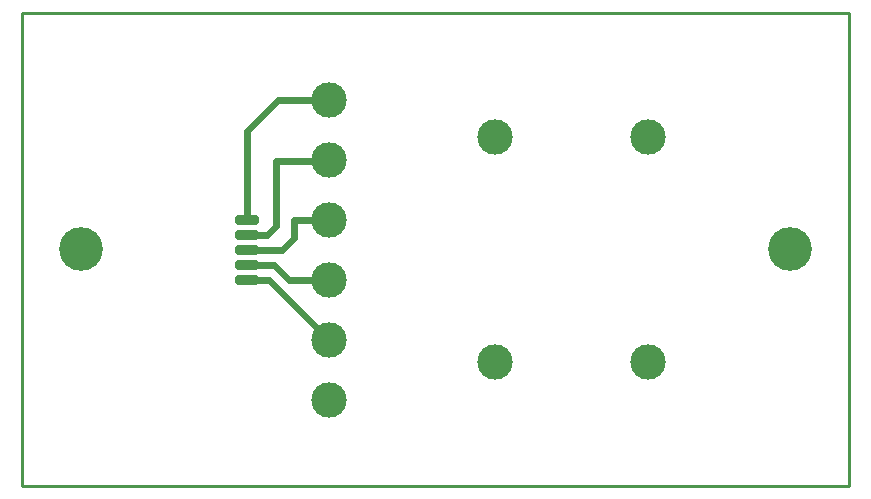
<source format=gbl>
%FSLAX25Y25*%
%MOIN*%
G70*
G01*
G75*
G04 Layer_Physical_Order=2*
G04 Layer_Color=16711680*
%ADD10C,0.01000*%
%ADD11C,0.14567*%
%ADD12C,0.11811*%
G04:AMPARAMS|DCode=13|XSize=31.5mil|YSize=78.74mil|CornerRadius=7.87mil|HoleSize=0mil|Usage=FLASHONLY|Rotation=270.000|XOffset=0mil|YOffset=0mil|HoleType=Round|Shape=RoundedRectangle|*
%AMROUNDEDRECTD13*
21,1,0.03150,0.06299,0,0,270.0*
21,1,0.01575,0.07874,0,0,270.0*
1,1,0.01575,-0.03150,-0.00787*
1,1,0.01575,-0.03150,0.00787*
1,1,0.01575,0.03150,0.00787*
1,1,0.01575,0.03150,-0.00787*
%
%ADD13ROUNDEDRECTD13*%
%ADD14C,0.02400*%
D10*
X511811Y196850D02*
X236221D01*
Y354331D01*
X511811D02*
X236221D01*
X511811Y196850D02*
Y354331D01*
D11*
X492126Y275590D02*
D03*
X255906D02*
D03*
D12*
X338583Y225433D02*
D03*
Y245433D02*
D03*
Y325433D02*
D03*
Y305433D02*
D03*
Y265433D02*
D03*
Y285433D02*
D03*
X393701Y312992D02*
D03*
Y238189D02*
D03*
X444882Y312992D02*
D03*
Y238189D02*
D03*
D13*
X311024Y285433D02*
D03*
Y265433D02*
D03*
Y270433D02*
D03*
Y275433D02*
D03*
Y280433D02*
D03*
D14*
Y285433D02*
Y314961D01*
X321496Y325433D02*
X311024Y314961D01*
X338583Y325433D02*
X321496D01*
X317835Y280433D02*
X311024D01*
X320866Y283465D02*
X317835Y280433D01*
X320866Y283465D02*
Y305118D01*
X338268D02*
X320866D01*
X338583Y305433D02*
X338268Y305118D01*
X322677Y275433D02*
X311024D01*
X326772Y279528D02*
X322677Y275433D01*
X326772Y279528D02*
Y285433D01*
X338583D02*
X326772D01*
X320118Y270433D02*
X311024D01*
X325118Y265433D02*
X320118Y270433D01*
X338583Y265433D02*
X325118D01*
X318583D02*
X311024D01*
X338583Y245433D02*
X318583Y265433D01*
M02*

</source>
